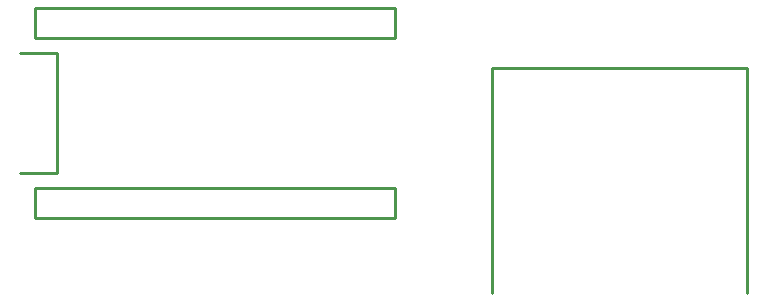
<source format=gbo>
G04 start of page 9 for group -4078 idx -4078 *
G04 Title: (unknown), bottomsilk *
G04 Creator: pcb 4.3.0 *
G04 CreationDate: Wed Mar 23 17:19:41 2022 UTC *
G04 For: steve *
G04 Format: Gerber/RS-274X *
G04 PCB-Dimensions (mil): 3200.00 1400.00 *
G04 PCB-Coordinate-Origin: lower left *
%MOIN*%
%FSLAX25Y25*%
%LNGBO*%
%ADD45C,0.0100*%
G54D45*X45000Y105000D02*X165000D01*
Y95000D01*
X45000D01*
Y105000D01*
X40000Y90000D02*X52500D01*
X197500Y85000D02*X282500D01*
Y10000D01*
X197500Y85000D02*Y10000D01*
X45000Y45000D02*X165000D01*
X45000D02*X50000D01*
X165000D02*Y35000D01*
X45000D01*
Y45000D01*
X52500Y90000D02*Y50000D01*
X40000D01*
M02*

</source>
